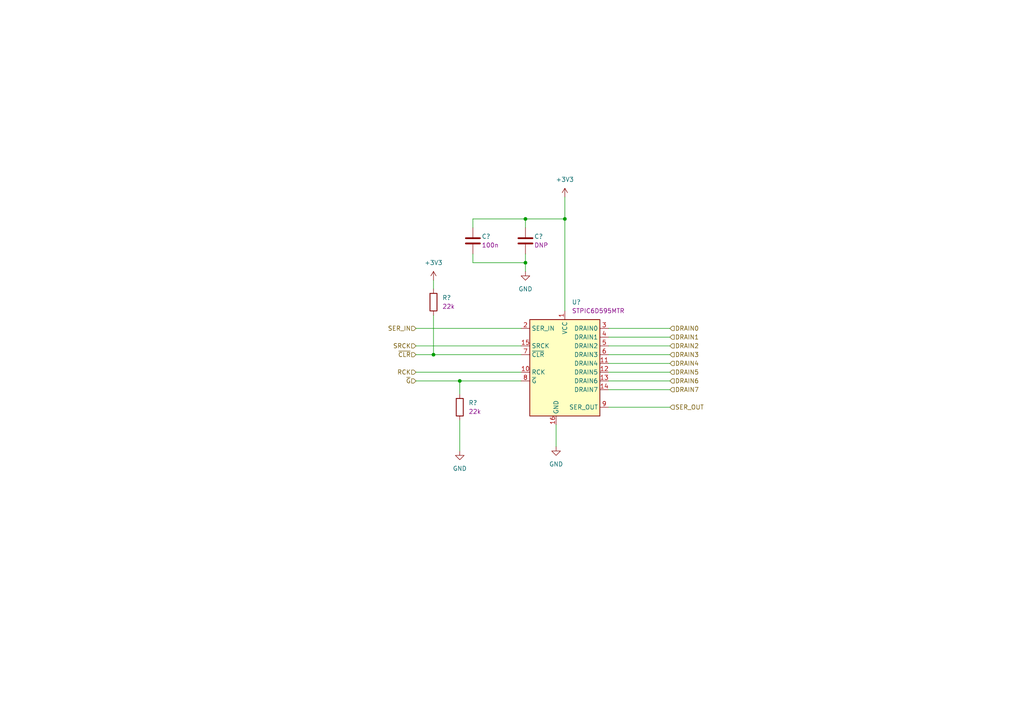
<source format=kicad_sch>
(kicad_sch (version 20211123) (generator eeschema)
  (paper "A4")
  (title_block (title "Gear Display Board") (date "2022-08-07") (rev "1.0") (company "Kallio Designs Oy") (comment 1 "Teemu Latonen") (comment 2 "ASSEMBLY_PN") (comment 3 "PCB_PN"))
  (lib_symbols
    (symbol "KD_Capacitor:C_0603_100n_X7R_50V" (pin_numbers hide) (pin_names hide)
      (property "Reference" "C" (at 2.54 1.27 0))
      (property "Code" "100n" (at 2.54 -1.27 0))
      (symbol "C_0603_100n_X7R_50V_0_1"
        (polyline (pts (xy -2.032 -0.762) (xy 2.032 -0.762)) (stroke (width 0.508)))
        (polyline (pts (xy -2.032 0.762) (xy 2.032 0.762)) (stroke (width 0.508)))
      )
      (symbol "C_0603_100n_X7R_50V_1_1"
        (pin passive line (at 0 3.81 270) (length 2.794) (name "~") (number "1"))
        (pin passive line (at 0 -3.81 90) (length 2.794) (name "~") (number "2"))
      )
    )
    (symbol "KD_Capacitor:C_0805_DNP" (pin_numbers hide) (pin_names hide)
      (property "Reference" "C" (at 2.54 1.27 0))
      (property "Code" "DNP" (at 2.54 -1.27 0))
      (symbol "C_0805_DNP_0_1"
        (polyline (pts (xy -2.032 -0.762) (xy 2.032 -0.762)) (stroke (width 0.508)))
        (polyline (pts (xy -2.032 0.762) (xy 2.032 0.762)) (stroke (width 0.508)))
      )
      (symbol "C_0805_DNP_1_1"
        (pin passive line (at 0 3.81 270) (length 2.794) (name "~") (number "1"))
        (pin passive line (at 0 -3.81 90) (length 2.794) (name "~") (number "2"))
      )
    )
    (symbol "KD_IC_Buffer_Driver_Interface:Shift_register_OC_8bit_STPIC6D595MTR"
      (property "Reference" "U" (at 2.54 16.51 0))
      (property "Code" "STPIC6D595MTR" (at 2.54 13.97 0))
      (symbol "Shift_register_OC_8bit_STPIC6D595MTR_0_1"
        (rectangle (start -10.16 12.7) (end 10.16 -15.24) (stroke (width 0.254)) (fill (type background)))
      )
      (symbol "Shift_register_OC_8bit_STPIC6D595MTR_1_1"
        (pin power_in line (at 0 15.24 270) (length 2.54) (name "VCC") (number "1"))
        (pin input line (at -12.7 -2.54 0) (length 2.54) (name "RCK") (number "10"))
        (pin open_collector line (at 12.7 0 180) (length 2.54) (name "DRAIN4") (number "11"))
        (pin open_collector line (at 12.7 -2.54 180) (length 2.54) (name "DRAIN5") (number "12"))
        (pin open_collector line (at 12.7 -5.08 180) (length 2.54) (name "DRAIN6") (number "13"))
        (pin open_collector line (at 12.7 -7.62 180) (length 2.54) (name "DRAIN7") (number "14"))
        (pin input line (at -12.7 5.08 0) (length 2.54) (name "SRCK") (number "15"))
        (pin power_in line (at -2.54 -17.78 90) (length 2.54) (name "GND") (number "16"))
        (pin input line (at -12.7 10.16 0) (length 2.54) (name "SER_IN") (number "2"))
        (pin open_collector line (at 12.7 10.16 180) (length 2.54) (name "DRAIN0") (number "3"))
        (pin open_collector line (at 12.7 7.62 180) (length 2.54) (name "DRAIN1") (number "4"))
        (pin open_collector line (at 12.7 5.08 180) (length 2.54) (name "DRAIN2") (number "5"))
        (pin open_collector line (at 12.7 2.54 180) (length 2.54) (name "DRAIN3") (number "6"))
        (pin input line (at -12.7 2.54 0) (length 2.54) (name "~{CLR}") (number "7"))
        (pin input line (at -12.7 -5.08 0) (length 2.54) (name "~{G}") (number "8"))
        (pin output line (at 12.7 -12.7 180) (length 2.54) (name "SER_OUT") (number "9"))
      )
    )
    (symbol "KD_Resistor:R_0603_22k_1%" (pin_numbers hide) (pin_names hide)
      (property "Reference" "R" (at 1.905 1.27 0))
      (property "Code" "22k" (at 1.905 -1.27 0))
      (symbol "R_0603_22k_1%_0_1"
        (rectangle (start -1.016 -2.54) (end 1.016 2.54) (stroke (width 0.254)))
      )
      (symbol "R_0603_22k_1%_1_1"
        (pin passive line (at 0 3.81 270) (length 1.27) (name "~") (number "1"))
        (pin passive line (at 0 -3.81 90) (length 1.27) (name "~") (number "2"))
      )
    )
    (symbol "power:+3V3" (power) (pin_names (offset 0))
      (property "Value" "+3V3" (at 0 3.556 0))
      (symbol "+3V3_0_1"
        (polyline (pts (xy -0.762 1.27) (xy 0 2.54)))
        (polyline (pts (xy 0 0) (xy 0 2.54)))
        (polyline (pts (xy 0 2.54) (xy 0.762 1.27)))
      )
      (symbol "+3V3_1_1"
        (pin power_in line (at 0 0 90) (length 0) hide (name "+3V3") (number "1"))
      )
    )
    (symbol "power:GND" (power) (pin_names (offset 0))
      (property "Value" "GND" (at 0 -3.81 0))
      (symbol "GND_0_1"
        (polyline (pts (xy 0 0) (xy 0 -1.27) (xy 1.27 -1.27) (xy 0 -2.54) (xy -1.27 -1.27) (xy 0 -1.27)))
      )
      (symbol "GND_1_1"
        (pin power_in line (at 0 0 270) (length 0) hide (name "GND") (number "1"))
      )
    )
  )
  (bus_alias "I2C" (members "SDA" "SCL"))
  (bus_alias "SPI" (members "MISO" "MOSI" "SCL"))
  (junction (at 163.83 63.5))
  (junction (at 133.35 110.49))
  (junction (at 125.73 102.87))
  (junction (at 152.4 76.2))
  (junction (at 152.4 63.5))
  (wire (pts (xy 120.65 110.49) (xy 133.35 110.49)))
  (wire (pts (xy 133.35 110.49) (xy 133.35 114.3)))
  (wire (pts (xy 176.53 100.33) (xy 194.31 100.33)))
  (wire (pts (xy 161.29 129.54) (xy 161.29 123.19)))
  (wire (pts (xy 125.73 91.44) (xy 125.73 102.87)))
  (wire (pts (xy 176.53 113.03) (xy 194.31 113.03)))
  (wire (pts (xy 125.73 81.28) (xy 125.73 83.82)))
  (wire (pts (xy 152.4 66.04) (xy 152.4 63.5)))
  (wire (pts (xy 152.4 76.2) (xy 152.4 73.66)))
  (wire (pts (xy 152.4 63.5) (xy 163.83 63.5)))
  (wire (pts (xy 120.65 107.95) (xy 151.13 107.95)))
  (wire (pts (xy 137.16 63.5) (xy 152.4 63.5)))
  (wire (pts (xy 176.53 118.11) (xy 194.31 118.11)))
  (wire (pts (xy 137.16 73.66) (xy 137.16 76.2)))
  (wire (pts (xy 151.13 95.25) (xy 120.65 95.25)))
  (wire (pts (xy 152.4 78.74) (xy 152.4 76.2)))
  (wire (pts (xy 176.53 107.95) (xy 194.31 107.95)))
  (wire (pts (xy 176.53 110.49) (xy 194.31 110.49)))
  (wire (pts (xy 176.53 95.25) (xy 194.31 95.25)))
  (wire (pts (xy 176.53 105.41) (xy 194.31 105.41)))
  (wire (pts (xy 133.35 110.49) (xy 151.13 110.49)))
  (wire (pts (xy 176.53 102.87) (xy 194.31 102.87)))
  (wire (pts (xy 163.83 57.15) (xy 163.83 63.5)))
  (wire (pts (xy 176.53 97.79) (xy 194.31 97.79)))
  (wire (pts (xy 163.83 63.5) (xy 163.83 90.17)))
  (wire (pts (xy 137.16 66.04) (xy 137.16 63.5)))
  (wire (pts (xy 120.65 100.33) (xy 151.13 100.33)))
  (wire (pts (xy 137.16 76.2) (xy 152.4 76.2)))
  (wire (pts (xy 133.35 130.81) (xy 133.35 121.92)))
  (wire (pts (xy 125.73 102.87) (xy 151.13 102.87)))
  (wire (pts (xy 120.65 102.87) (xy 125.73 102.87)))
  (hierarchical_label "SER_IN" (shape input) (at 120.65 95.25 180))
  (hierarchical_label "RCK" (shape input) (at 120.65 107.95 180))
  (hierarchical_label "~{G}" (shape input) (at 120.65 110.49 180))
  (hierarchical_label "DRAIN0" (shape input) (at 194.31 95.25 0))
  (hierarchical_label "SER_OUT" (shape input) (at 194.31 118.11 0))
  (hierarchical_label "DRAIN3" (shape input) (at 194.31 102.87 0))
  (hierarchical_label "DRAIN5" (shape input) (at 194.31 107.95 0))
  (hierarchical_label "DRAIN7" (shape input) (at 194.31 113.03 0))
  (hierarchical_label "DRAIN4" (shape input) (at 194.31 105.41 0))
  (hierarchical_label "DRAIN6" (shape input) (at 194.31 110.49 0))
  (hierarchical_label "~{CLR}" (shape input) (at 120.65 102.87 180))
  (hierarchical_label "DRAIN2" (shape input) (at 194.31 100.33 0))
  (hierarchical_label "DRAIN1" (shape input) (at 194.31 97.79 0))
  (hierarchical_label "SRCK" (shape input) (at 120.65 100.33 180))
  (symbol (lib_id "power:+3V3") (at 163.83 57.15 0)
    (property "Reference" "#PWR?" (effects hide))
    (property "Value" "+3V3" (at 163.83 52.07 0))
  )
  (symbol (lib_id "KD_Capacitor:C_0805_DNP") (at 152.4 69.85 0)
    (property "Reference" "C?" (at 154.94 68.58 0) (effects (justify left)))
    (property "Value" "C_0805_1u_X7R_25V" (effects hide))
    (property "Footprint" "KD_Capacitor:C_0805_2012Metric_DNP" (effects hide))
    (property "Datasheet" "https://api.kemet.com/component-edge/download/datasheet/CBR08C279B5GAC.pdf" (effects hide))
    (property "Code" "DNP" (at 154.94 71.12 0) (effects (justify left)))
    (property "Manufacturer" "DNP" (effects hide))
    (property "MFG_PartNo" "DNP" (effects hide))
    (property "Supplier" "DNP" (effects hide))
    (property "Supplier_PartNo" "DNP" (effects hide))
    (property "DNP" "T" (effects hide))
    (property "Price" "0.00" (effects hide))
  )
  (symbol (lib_id "KD_IC_Buffer_Driver_Interface:Shift_register_OC_8bit_STPIC6D595MTR") (at 163.83 105.41 0)
    (property "Reference" "U?" (at 165.8494 87.63 0) (effects (justify left)))
    (property "Value" "Shift_register_OC_8bit_STPIC6D595MTR" (effects hide))
    (property "Footprint" "KD_Package_SO:SOIC127P600X200-16N" (effects hide))
    (property "Datasheet" "https://www.st.com/content/ccc/resource/technical/document/datasheet/e5/1c/d3/4a/66/f5/41/dc/CD00163738.pdf/files/CD00163738.pdf/jcr:content/translations/en.CD00163738.pdf" (effects hide))
    (property "Code" "STPIC6D595MTR" (at 165.8494 90.17 0) (effects (justify left)))
    (property "Manufacturer" "STMicroelectronics" (effects hide))
    (property "MFG_PartNo" "STPIC6D595MTR" (effects hide))
    (property "Supplier" "Digi-Key" (effects hide))
    (property "Supplier_PartNo" "497-6329-1-ND" (effects hide))
    (property "DNP" "F" (effects hide))
    (property "Price" "0.9" (effects hide))
  )
  (symbol (lib_id "power:GND") (at 161.29 129.54 0)
    (property "Reference" "#PWR?" (effects hide))
    (property "Value" "GND" (at 161.29 134.62 0))
  )
  (symbol (lib_id "power:+3V3") (at 125.73 81.28 0)
    (property "Reference" "#PWR?" (effects hide))
    (property "Value" "+3V3" (at 125.73 76.2 0))
  )
  (symbol (lib_id "KD_Resistor:R_0603_22k_1%") (at 133.35 118.11 0)
    (property "Reference" "R?" (at 135.89 116.8399 0) (effects (justify left)))
    (property "Value" "R_0603_22k_1%" (effects hide))
    (property "Footprint" "KD_Resistor:R_0603_1608Metric" (effects hide))
    (property "Datasheet" "https://www.yageo.com/upload/media/product/productsearch/datasheet/rchip/PYu-RC_Group_51_RoHS_L_11.pdf" (effects hide))
    (property "Code" "22k" (at 135.89 119.3799 0) (effects (justify left)))
    (property "Manufacturer" "YAGEO" (effects hide))
    (property "MFG_PartNo" "311-22.0KHRCT-ND" (effects hide))
    (property "Supplier" "Digi-Key" (effects hide))
    (property "Supplier_PartNo" "311-22.0KHRCT-ND" (effects hide))
    (property "DNP" "F" (effects hide))
    (property "Price" "0.01" (effects hide))
  )
  (symbol (lib_id "power:GND") (at 133.35 130.81 0)
    (property "Reference" "#PWR?" (effects hide))
    (property "Value" "GND" (at 133.35 135.89 0))
  )
  (symbol (lib_id "KD_Capacitor:C_0603_100n_X7R_50V") (at 137.16 69.85 0)
    (property "Reference" "C?" (at 139.7 68.58 0) (effects (justify left)))
    (property "Value" "C_0603_100n_X7R_50V" (effects hide))
    (property "Footprint" "KD_Capacitor:C_0603_1608Metric" (effects hide))
    (property "Datasheet" "http://www.samsungsem.com/kr/support/product-search/mlcc/CL10B104KB8NNWC.jsp" (effects hide))
    (property "Code" "100n" (at 139.7 71.12 0) (effects (justify left)))
    (property "Manufacturer" "Samsung" (effects hide))
    (property "MFG_PartNo" "CL10B104KB8NNWC" (effects hide))
    (property "Supplier" "Digi-Key" (effects hide))
    (property "Supplier_PartNo" "1276-1935-1-ND" (effects hide))
    (property "DNP" "F" (effects hide))
    (property "Price" "0.01" (effects hide))
  )
  (symbol (lib_id "power:GND") (at 152.4 78.74 0)
    (property "Reference" "#PWR?" (effects hide))
    (property "Value" "GND" (at 152.4 83.82 0))
  )
  (symbol (lib_id "KD_Resistor:R_0603_22k_1%") (at 125.73 87.63 0)
    (property "Reference" "R?" (at 128.27 86.3599 0) (effects (justify left)))
    (property "Value" "R_0603_22k_1%" (effects hide))
    (property "Footprint" "KD_Resistor:R_0603_1608Metric" (effects hide))
    (property "Datasheet" "https://www.yageo.com/upload/media/product/productsearch/datasheet/rchip/PYu-RC_Group_51_RoHS_L_11.pdf" (effects hide))
    (property "Code" "22k" (at 128.27 88.8999 0) (effects (justify left)))
    (property "Manufacturer" "YAGEO" (effects hide))
    (property "MFG_PartNo" "311-22.0KHRCT-ND" (effects hide))
    (property "Supplier" "Digi-Key" (effects hide))
    (property "Supplier_PartNo" "311-22.0KHRCT-ND" (effects hide))
    (property "DNP" "F" (effects hide))
    (property "Price" "0.01" (effects hide))
  )
)
</source>
